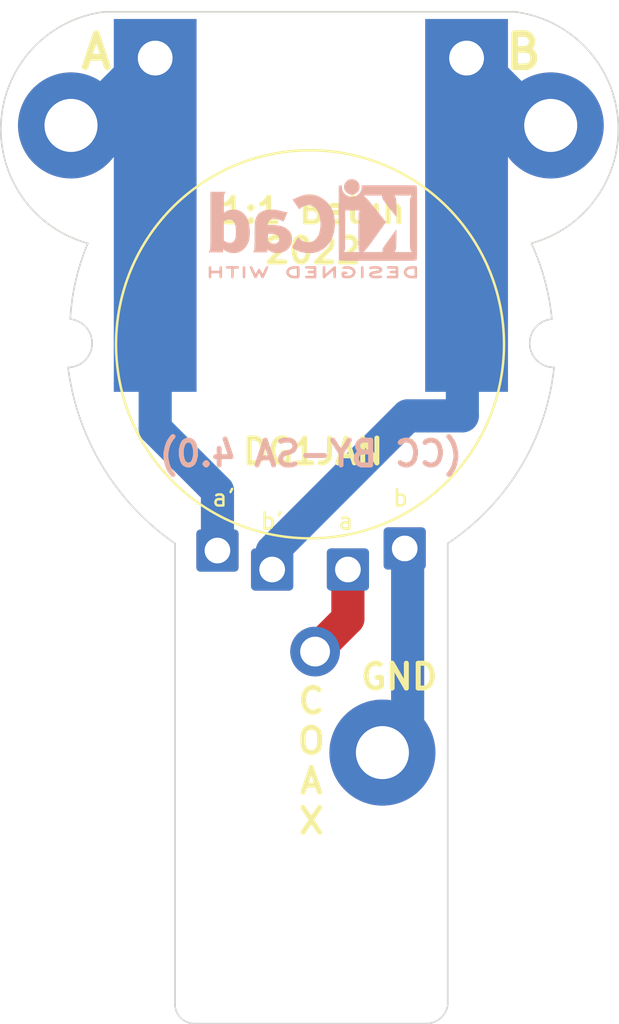
<source format=kicad_pcb>
(kicad_pcb (version 20211014) (generator pcbnew)
  (layers (0 "F.Cu" signal) (31 "B.Cu" signal) (34 "B.Paste" user) (35 "F.Paste" user) (36 "B.SilkS" user "B.Silkscreen") (37 "F.SilkS" user "F.Silkscreen") (38 "B.Mask" user) (39 "F.Mask" user) (44 "Edge.Cuts" user))
  (net 0 "")
  (footprint "UniBalunLibrary:FT82_Balun" (layer "F.Cu") (at 117.602 65.532)
    (fp_text reference "U2" hide)
    (fp_text value "Core" hide)
    (fp_text user "a'" (at -5.2578 9.271) (layer "F.SilkS"))
    (fp_text user "a" (at 2.1082 10.668) (layer "F.SilkS"))
    (fp_text user "b'" (at -2.3368 10.668) (layer "F.SilkS"))
    (fp_text user "b" (at 5.4102 9.271) (layer "F.SilkS"))
    (pad "" np_thru_hole circle (at -4.826 0) (size 3.2 3.2) (drill 3.2) (layers *.Cu *.Mask))
    (pad "" np_thru_hole circle (at 4.6736 0) (size 3.2 3.2) (drill 3.2) (layers *.Cu *.Mask))
    (pad "1" thru_hole roundrect (at 2.2352 13.589) (size 2.55 2.55) (drill 1.55) (layers *.Cu *.Mask) (roundrect_rratio 0.09803882353))
    (pad "2" thru_hole roundrect (at 5.6642 12.319) (size 2.55 2.55) (drill 1.55) (layers *.Cu *.Mask) (roundrect_rratio 0.09803882353))
    (pad "3" thru_hole roundrect (at -5.6388 12.446) (size 2.55 2.55) (drill 1.55) (layers *.Cu *.Mask) (roundrect_rratio 0.09803882353))
    (pad "4" thru_hole roundrect (at -2.3368 13.589) (size 2.55 2.55) (drill 1.55) (layers *.Cu *.Mask) (roundrect_rratio 0.09803882353))
  )
  (footprint "Connector_Wire:SolderWire-1.5sqmm_1x01_D1.7mm_OD3.9mm" (layer "F.Cu") (at 108.204 48.26)
    (fp_text reference "J5" hide)
    (fp_text value "A_THT_Pad")
    (pad "1" thru_hole roundrect (at 0 0) (size 3.9 3.9) (drill 2.1) (layers *.Cu *.Mask) (roundrect_rratio 0.06410307692))
  )
  (footprint "MountingHole:MountingHole_4.5mm" (layer "F.Cu") (at 117.6782 49.53)
    (fp_text reference "H5" hide)
    (fp_text value "MountingHole" hide)
    (pad "" np_thru_hole circle (at 0 0) (size 4.5 4.5) (drill 4.5) (layers *.Cu *.Mask))
  )
  (footprint "Connector_Wire:SolderWire-1.5sqmm_1x01_D1.7mm_OD3.9mm" (layer "F.Cu") (at 127 48.26)
    (fp_text reference "J3" hide)
    (fp_text value "B_THT_Pad")
    (pad "1" thru_hole roundrect (at 0 0) (size 3.9 3.9) (drill 2.1) (layers *.Cu *.Mask) (roundrect_rratio 0.06410307692))
  )
  (footprint "MountingHole:MountingHole_2.1mm" (layer "F.Cu") (at 112.8014 48.387)
    (fp_text reference "H4" hide)
    (fp_text value "MountingHole" hide)
    (pad "" np_thru_hole circle (at 0 0) (size 2.1 2.1) (drill 2.1) (layers *.Cu *.Mask))
  )
  (footprint "" (layer "F.Cu") (at 121.92 90.17)
    (fp_text reference "" (at 0 0) (layer "F.SilkS") (effects (font (size 1.27 1.27))))
    (fp_text value "" (at 0 0) (layer "F.SilkS") (effects (font (size 1.27 1.27))))
    (pad "1" thru_hole circle (at 0 0) (size 6.4 6.4) (drill 3.2) (layers *.Cu *.Mask))
  )
  (footprint "MountingHole:MountingHole_3.2mm_M3_Pad" (layer "F.Cu") (at 103.124 52.324)
    (fp_text reference "H2" hide)
    (fp_text value "A" hide)
    (pad "1" thru_hole circle (at 0 0) (size 6.4 6.4) (drill 3.2) (layers *.Cu *.Mask))
  )
  (footprint "MountingHole:MountingHole_3.2mm_M3" (layer "F.Cu") (at 121.991969 101.306569)
    (fp_text reference "REF**" hide)
    (fp_text value "MountingHole_3.2mm_M3" hide)
    (pad "" np_thru_hole circle (at 0 0) (size 3.2 3.2) (drill 3.2) (layers *.Cu *.Mask))
  )
  (footprint "" (layer "F.Cu") (at 117.856 84.074)
    (fp_text reference "" (at 0 0) (layer "F.SilkS") (effects (font (size 1.27 1.27))))
    (fp_text value "" (at 0 0) (layer "F.SilkS") (effects (font (size 1.27 1.27))))
    (pad "1" thru_hole circle (at 0 0) (size 3 3) (drill 1.8) (layers *.Cu *.Mask))
  )
  (footprint "MountingHole:MountingHole_3.2mm_M3" (layer "F.Cu") (at 113.284 96.012)
    (fp_text reference "REF**" hide)
    (fp_text value "MountingHole_3.2mm_M3" hide)
    (pad "" np_thru_hole circle (at 0 0) (size 3.2 3.2) (drill 3.2) (layers *.Cu *.Mask))
  )
  (footprint "MountingHole:MountingHole_2.1mm" (layer "F.Cu") (at 122.4026 48.387)
    (fp_text reference "H3" hide)
    (fp_text value "MountingHole" hide)
    (pad "" np_thru_hole circle (at 0 0) (size 2.1 2.1) (drill 2.1) (layers *.Cu *.Mask))
  )
  (footprint "MountingHole:MountingHole_3.2mm_M3" (layer "F.Cu") (at 113.355969 101.306569)
    (fp_text reference "REF**" hide)
    (fp_text value "MountingHole_3.2mm_M3" hide)
    (pad "" np_thru_hole circle (at 0 0) (size 3.2 3.2) (drill 3.2) (layers *.Cu *.Mask))
  )
  (footprint "MountingHole:MountingHole_3.2mm_M3_Pad" (layer "F.Cu") (at 132.08 52.324)
    (fp_text reference "H1" hide)
    (fp_text value "B" hide)
    (pad "1" thru_hole circle (at 0 0) (size 6.4 6.4) (drill 3.2) (layers *.Cu *.Mask))
  )
  (footprint "MountingHole:MountingHole_3.2mm_M3" (layer "F.Cu") (at 121.92 96.012)
    (fp_text reference "REF**" hide)
    (fp_text value "MountingHole_3.2mm_M3" hide)
    (pad "" np_thru_hole circle (at 0 0) (size 3.2 3.2) (drill 3.2) (layers *.Cu *.Mask))
  )
  (footprint "UniBalunLibrary:4mmJack" (layer "B.Cu") (at 127.254 56.896 90)
    (fp_text reference "J4" hide)
    (fp_text value "B_SMD_PAD" hide)
    (pad "1" smd rect (at -0.254 -0.254 90) (size 22.5 5) (layers "B.Cu" "B.Mask"))
  )
  (footprint "Symbol:KiCad-Logo2_5mm_SilkScreen" (layer "B.Cu") (at 117.729 58.547 180)
    (fp_text reference "REF**" hide)
    (fp_text value "KiCad-Logo2_5mm_SilkScreen" hide)
  )
  (footprint "UniBalunLibrary:4mmJack" (layer "B.Cu") (at 108.458 56.896 90)
    (fp_text reference "J6" hide)
    (fp_text value "A_SMD_PAD" hide)
    (pad "1" smd rect (at -0.254 -0.254 90) (size 22.5 5) (layers "B.Cu" "B.Mask"))
  )
  (gr_line (start 125.861231 105.41) (end 125.861231 77.548862) (layer "Edge.Cuts") (width 0.1))
  (gr_arc (start 110.599761 106.522797) (mid 109.77522 106.209299) (end 109.402031 105.41) (layer "Edge.Cuts") (width 0.1))
  (gr_arc (start 109.402031 77.548862) (mid 105.04112 72.92614) (end 102.945817 66.926406) (layer "Edge.Cuts") (width 0.1))
  (gr_arc (start 132.281854 66.925327) (mid 130.254542 72.952072) (end 125.861231 77.548862) (layer "Edge.Cuts") (width 0.1))
  (gr_line (start 110.599761 106.522797) (end 124.518961 106.522797) (layer "Edge.Cuts") (width 0.1))
  (gr_arc (start 103.078577 64.011716) (mid 104.394 65.532) (end 102.945817 66.926406) (layer "Edge.Cuts") (width 0.1))
  (gr_line (start 109.402031 105.41) (end 109.402031 77.548862) (layer "Edge.Cuts") (width 0.1))
  (gr_arc (start 103.078577 64.011716) (mid 103.410896 61.677837) (end 104.14 59.436) (layer "Edge.Cuts") (width 0.1))
  (gr_arc (start 125.861231 105.41) (mid 125.398804 106.218144) (end 124.518961 106.522797) (layer "Edge.Cuts") (width 0.1))
  (gr_arc (start 130.910075 59.436) (mid 131.721418 61.671361) (end 132.149094 64.010637) (layer "Edge.Cuts") (width 0.1))
  (gr_arc (start 129.894075 45.466) (mid 136.144 52.033405) (end 130.910075 59.436) (layer "Edge.Cuts") (width 0.1))
  (gr_arc (start 132.281854 66.925327) (mid 130.81 65.532) (end 132.149094 64.010637) (layer "Edge.Cuts") (width 0.1))
  (gr_line (start 105.156 45.466) (end 129.894075 45.466) (layer "Edge.Cuts") (width 0.1))
  (gr_arc (start 104.14 59.436) (mid 98.906069 52.033405) (end 105.156 45.466) (layer "Edge.Cuts") (width 0.1))
  (gr_text "(CC BY-SA 4.0)" (at 117.602 72.136) (layer "B.SilkS") (effects (font (size 1.5 1.5) (thickness 0.3)) (justify mirror)))
  (gr_text "B" (at 130.429 47.879) (layer "F.SilkS") (effects (font (size 2 2) (thickness 0.4))))
  (gr_text "1:1 Balun\n2022" (at 117.729 58.674) (layer "F.SilkS") (effects (font (size 1.5 1.5) (thickness 0.3))))
  (gr_text "DG1JAN" (at 117.729 72.009) (layer "F.SilkS") (effects (font (size 1.5 1.5) (thickness 0.3))))
  (gr_text "C\nO\nA\nX" (at 117.6274 90.678) (layer "F.SilkS") (effects (font (size 1.5 1.5) (thickness 0.3))))
  (gr_text "A" (at 104.648 47.879) (layer "F.SilkS") (effects (font (size 2 2) (thickness 0.4))))
  (gr_text "GND" (at 122.936 85.598) (layer "F.SilkS") (effects (font (size 1.5 1.5) (thickness 0.3))))
  (segment (start 119.8372 82.0928) (end 119.8372 79.121) (width 2) (layer "F.Cu") (net 0))
  (segment (start 117.856 84.074) (end 119.8372 82.0928) (width 2) (layer "F.Cu") (net 0))
  (segment (start 107.188 48.26) (end 103.124 52.324) (width 1.3) (layer "B.Cu") (net 0))
  (segment (start 127 48.26) (end 128.016 48.26) (width 1.3) (layer "B.Cu") (net 0))
  (segment (start 108.204 48.26) (end 108.204 57.15) (width 1.3) (layer "B.Cu") (net 0))
  (segment (start 126.746 63.246) (end 127.508 62.484) (width 1.3) (layer "B.Cu") (net 0))
  (segment (start 127 57.15) (end 127 53.086) (width 1) (layer "B.Cu") (net 0))
  (segment (start 111.9632 77.978) (end 111.9632 74.3712) (width 2) (layer "B.Cu") (net 0))
  (segment (start 108.204 48.26) (end 107.188 48.26) (width 1.3) (layer "B.Cu") (net 0))
  (segment (start 127 48.26) (end 127 53.086) (width 1.3) (layer "B.Cu") (net 0))
  (segment (start 123.444 69.85) (end 126.746 69.85) (width 2) (layer "B.Cu") (net 0))
  (segment (start 108.204 70.612) (end 108.204 57.15) (width 2) (layer "B.Cu") (net 0))
  (segment (start 123.444 90.678) (end 123.444 78.232) (width 2) (layer "B.Cu") (net 0))
  (segment (start 111.9632 74.3712) (end 108.204 70.612) (width 2) (layer "B.Cu") (net 0))
  (segment (start 126.746 69.85) (end 126.746 63.246) (width 2) (layer "B.Cu") (net 0))
  (segment (start 127 66.929) (end 127 57.15) (width 1) (layer "B.Cu") (net 0))
  (segment (start 127.508 57.15) (end 127.254 56.896) (width 1.3) (layer "B.Cu") (net 0))
  (segment (start 128.016 48.26) (end 132.08 52.324) (width 1.3) (layer "B.Cu") (net 0))
  (segment (start 115.2652 79.121) (end 115.2652 78.0288) (width 1.3) (layer "B.Cu") (net 0))
  (segment (start 127.508 62.484) (end 127.508 57.15) (width 1.3) (layer "B.Cu") (net 0))
  (segment (start 115.2652 78.0288) (end 123.444 69.85) (width 2) (layer "B.Cu") (net 0))
)
</source>
